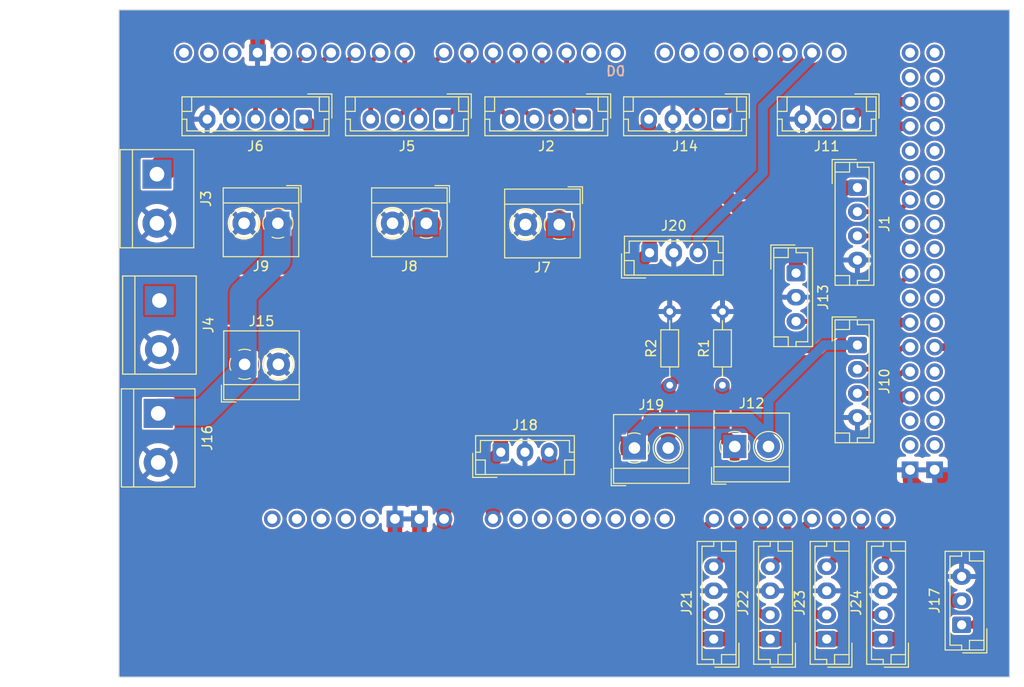
<source format=kicad_pcb>
(kicad_pcb (version 20240108) (generator "pcbnew") (generator_version "8.0")
  (layers (0 "F.Cu" signal) (31 "B.Cu" signal) (34 "B.Paste" user) (35 "F.Paste" user) (36 "B.SilkS" user "B.Silkscreen") (37 "F.SilkS" user "F.Silkscreen") (38 "B.Mask" user) (39 "F.Mask" user) (44 "Edge.Cuts" user))
  (net 0 "")
  (net 1 "+5V")
  (net 2 "/Trig1")
  (net 3 "/Echo1")
  (net 4 "GND")
  (net 5 "/M1_Dir")
  (net 6 "/M1_PWM")
  (net 7 "/M2_Dir")
  (net 8 "/M2_PWM")
  (net 9 "+12V")
  (net 10 "/M3_Dir")
  (net 11 "/M3_PWM")
  (net 12 "/M4_Dir")
  (net 13 "/M4_PWM")
  (net 14 "/AnagAscensor")
  (net 17 "/Trig2")
  (net 18 "/Echo2")
  (net 19 "/DIR+")
  (net 20 "/PUL+")
  (net 21 "/ES")
  (net 22 "/IN_IMAN")
  (net 23 "/TX_BT")
  (net 24 "/RX_BT")
  (net 36 "/A4")
  (net 37 "/A2")
  (net 38 "/B4")
  (net 39 "/B2")
  (net 40 "/B3")
  (net 41 "/A3")
  (net 42 "/B1")
  (net 72 "/A1")
  (net 73 "/12V2")
  (net 74 "/SERVO")
  (net 75 "/M5_L_PWM")
  (net 76 "/M5_R_PWM")
  (net 78 "/M5_ENA")
  (net 79 "/E_BUTTON")
  (net 80 "/INDICADOR")
  (footprint "Connector_JST:JST_EH_B5B-EH-A_1x05_P2.50mm_Vertical" (layer "F.Cu") (at 161.758 78 180)
    (property "Reference" "J6" (at 5 -2.8 0) (layer "F.SilkS"))
    (property "Value" "HW-039")
    (pad "1" thru_hole roundrect (at 0 0 180) (size 1.7 1.95) (drill 0.95) (layers "*.Cu" "*.Mask") (roundrect_rratio 0.1470588235) (net 1 "+5V"))
    (pad "2" thru_hole oval (at 2.5 0 180) (size 1.7 1.95) (drill 0.95) (layers "*.Cu" "*.Mask") (net 78 "/M5_ENA"))
    (pad "3" thru_hole oval (at 5 0 180) (size 1.7 1.95) (drill 0.95) (layers "*.Cu" "*.Mask") (net 75 "/M5_L_PWM"))
    (pad "4" thru_hole oval (at 7.5 0 180) (size 1.7 1.95) (drill 0.95) (layers "*.Cu" "*.Mask") (net 76 "/M5_R_PWM"))
    (pad "5" thru_hole oval (at 10 0 180) (size 1.7 1.95) (drill 0.95) (layers "*.Cu" "*.Mask") (net 4 "GND"))
  )
  (footprint "Connector_JST:JST_EH_B4B-EH-A_1x04_P2.50mm_Vertical" (layer "F.Cu") (at 204.978 78 180)
    (property "Reference" "J14" (at 3.75 -2.8 0) (layer "F.SilkS"))
    (property "Value" "BT")
    (pad "1" thru_hole roundrect (at 0 0 180) (size 1.7 1.95) (drill 0.95) (layers "*.Cu" "*.Mask") (roundrect_rratio 0.1470588235) (net 23 "/TX_BT"))
    (pad "2" thru_hole oval (at 2.5 0 180) (size 1.7 1.95) (drill 0.95) (layers "*.Cu" "*.Mask") (net 24 "/RX_BT"))
    (pad "3" thru_hole oval (at 5 0 180) (size 1.7 1.95) (drill 0.95) (layers "*.Cu" "*.Mask") (net 4 "GND"))
    (pad "4" thru_hole oval (at 7.5 0 180) (size 1.7 1.95) (drill 0.95) (layers "*.Cu" "*.Mask") (net 1 "+5V"))
  )
  (footprint "Connector_JST:JST_EH_B3B-EH-A_1x03_P2.50mm_Vertical" (layer "F.Cu") (at 218.4 78 180)
    (property "Reference" "J11" (at 2.5 -2.8 0) (layer "F.SilkS"))
    (property "Value" "RELE")
    (pad "1" thru_hole roundrect (at 0 0 180) (size 1.7 1.95) (drill 0.95) (layers "*.Cu" "*.Mask") (roundrect_rratio 0.1470588235) (net 19 "/DIR+"))
    (pad "2" thru_hole oval (at 2.5 0 180) (size 1.7 1.95) (drill 0.95) (layers "*.Cu" "*.Mask") (net 20 "/PUL+"))
    (pad "3" thru_hole oval (at 5 0 180) (size 1.7 1.95) (drill 0.95) (layers "*.Cu" "*.Mask") (net 4 "GND"))
  )
  (footprint "TerminalBlock_4Ucon:TerminalBlock_4Ucon_1x02_P3.50mm_Horizontal" (layer "F.Cu") (at 155.631 103.378)
    (property "Reference" "J15" (at 1.75 -4.46 0) (layer "F.SilkS"))
    (property "Value" "12V_MS")
    (pad "1" thru_hole rect (at 0 0) (size 2.4 2.4) (drill 1.2) (layers "*.Cu" "*.Mask") (net 73 "/12V2"))
    (pad "2" thru_hole circle (at 3.5 0) (size 2.4 2.4) (drill 1.2) (layers "*.Cu" "*.Mask") (net 4 "GND"))
  )
  (footprint "Connector_JST:JST_EH_B4B-EH-A_1x04_P2.50mm_Vertical" (layer "F.Cu") (at 221.75 131.826 90)
    (property "Reference" "J24" (at 3.75 -2.8 90) (layer "F.SilkS"))
    (property "Value" "ENCONDER4")
    (pad "1" thru_hole roundrect (at 0 0 90) (size 1.7 1.95) (drill 0.95) (layers "*.Cu" "*.Mask") (roundrect_rratio 0.147059) (net 1 "+5V"))
    (pad "2" thru_hole oval (at 2.5 0 90) (size 1.7 1.95) (drill 0.95) (layers "*.Cu" "*.Mask") (net 36 "/A4"))
    (pad "3" thru_hole oval (at 5 0 90) (size 1.7 1.95) (drill 0.95) (layers "*.Cu" "*.Mask") (net 4 "GND"))
    (pad "4" thru_hole oval (at 7.5 0 90) (size 1.7 1.95) (drill 0.95) (layers "*.Cu" "*.Mask") (net 38 "/B4"))
  )
  (footprint "TerminalBlock_4Ucon:TerminalBlock_4Ucon_1x02_P3.50mm_Horizontal" (layer "F.Cu") (at 159.075 88.773 180)
    (property "Reference" "J9" (at 1.75 -4.46 0) (layer "F.SilkS"))
    (property "Value" "12V_HW")
    (pad "1" thru_hole rect (at 0 0 180) (size 2.4 2.4) (drill 1.2) (layers "*.Cu" "*.Mask") (net 73 "/12V2"))
    (pad "2" thru_hole circle (at 3.5 0 180) (size 2.4 2.4) (drill 1.2) (layers "*.Cu" "*.Mask") (net 4 "GND"))
  )
  (footprint "TerminalBlock_4Ucon:TerminalBlock_4Ucon_1x02_P3.50mm_Horizontal" (layer "F.Cu") (at 195.989 112.041)
    (property "Reference" "J19" (at 1.75 -4.46 0) (layer "F.SilkS"))
    (property "Value" "BUTTON")
    (pad "1" thru_hole rect (at 0 0) (size 2.4 2.4) (drill 1.2) (layers "*.Cu" "*.Mask") (net 1 "+5V"))
    (pad "2" thru_hole circle (at 3.5 0) (size 2.4 2.4) (drill 1.2) (layers "*.Cu" "*.Mask") (net 79 "/E_BUTTON"))
  )
  (footprint "Connector_JST:JST_EH_B4B-EH-A_1x04_P2.50mm_Vertical" (layer "F.Cu") (at 219.075 85.083 -90)
    (property "Reference" "J1" (at 3.75 -2.8 90) (layer "F.SilkS"))
    (property "Value" "ULTRASONIC_1")
    (pad "1" thru_hole roundrect (at 0 0 270) (size 1.7 1.95) (drill 0.95) (layers "*.Cu" "*.Mask") (roundrect_rratio 0.1470588235) (net 1 "+5V"))
    (pad "2" thru_hole oval (at 2.5 0 270) (size 1.7 1.95) (drill 0.95) (layers "*.Cu" "*.Mask") (net 2 "/Trig1"))
    (pad "3" thru_hole oval (at 5 0 270) (size 1.7 1.95) (drill 0.95) (layers "*.Cu" "*.Mask") (net 3 "/Echo1"))
    (pad "4" thru_hole oval (at 7.5 0 270) (size 1.7 1.95) (drill 0.95) (layers "*.Cu" "*.Mask") (net 4 "GND"))
  )
  (footprint "TerminalBlock_4Ucon:TerminalBlock_4Ucon_1x02_P3.50mm_Horizontal" (layer "F.Cu") (at 206.375 111.887)
    (property "Reference" "J12" (at 1.75 -4.46 0) (layer "F.SilkS"))
    (property "Value" "ENDSTOP")
    (pad "1" thru_hole rect (at 0 0) (size 2.4 2.4) (drill 1.2) (layers "*.Cu" "*.Mask") (net 21 "/ES"))
    (pad "2" thru_hole circle (at 3.5 0) (size 2.4 2.4) (drill 1.2) (layers "*.Cu" "*.Mask") (net 1 "+5V"))
  )
  (footprint "TerminalBlock:TerminalBlock_bornier-2_P5.08mm" (layer "F.Cu") (at 146.812 96.774 -90)
    (property "Reference" "J4" (at 2.54 -5.08 90) (layer "F.SilkS"))
    (property "Value" "12V_INPUT")
    (pad "1" thru_hole rect (at 0 0 270) (size 3 3) (drill 1.52) (layers "*.Cu" "*.Mask") (net 9 "+12V"))
    (pad "2" thru_hole circle (at 5.08 0 270) (size 3 3) (drill 1.52) (layers "*.Cu" "*.Mask") (net 4 "GND"))
  )
  (footprint "Connector_JST:JST_EH_B3B-EH-A_1x03_P2.50mm_Vertical" (layer "F.Cu") (at 229.87 130.349 90)
    (property "Reference" "J17" (at 2.5 -2.8 90) (layer "F.SilkS"))
    (property "Value" "SERVO")
    (pad "1" thru_hole roundrect (at 0 0 90) (size 1.7 1.95) (drill 0.95) (layers "*.Cu" "*.Mask") (roundrect_rratio 0.147059) (net 74 "/SERVO"))
    (pad "2" thru_hole oval (at 2.5 0 90) (size 1.7 1.95) (drill 0.95) (layers "*.Cu" "*.Mask") (net 1 "+5V"))
    (pad "3" thru_hole oval (at 5 0 90) (size 1.7 1.95) (drill 0.95) (layers "*.Cu" "*.Mask") (net 4 "GND"))
  )
  (footprint "TerminalBlock_4Ucon:TerminalBlock_4Ucon_1x02_P3.50mm_Horizontal" (layer "F.Cu") (at 174.442 88.773 180)
    (property "Reference" "J8" (at 1.75 -4.46 0) (layer "F.SilkS"))
    (property "Value" "12V_CYTRON_2")
    (pad "1" thru_hole rect (at 0 0 180) (size 2.4 2.4) (drill 1.2) (layers "*.Cu" "*.Mask") (net 9 "+12V"))
    (pad "2" thru_hole circle (at 3.5 0 180) (size 2.4 2.4) (drill 1.2) (layers "*.Cu" "*.Mask") (net 4 "GND"))
  )
  (footprint "Connector_JST:JST_EH_B3B-EH-A_1x03_P2.50mm_Vertical" (layer "F.Cu") (at 212.725 93.933 -90)
    (property "Reference" "J13" (at 2.5 -2.8 90) (layer "F.SilkS"))
    (property "Value" "RELE")
    (pad "1" thru_hole roundrect (at 0 0 270) (size 1.7 1.95) (drill 0.95) (layers "*.Cu" "*.Mask") (roundrect_rratio 0.1470588235) (net 1 "+5V"))
    (pad "2" thru_hole oval (at 2.5 0 270) (size 1.7 1.95) (drill 0.95) (layers "*.Cu" "*.Mask") (net 4 "GND"))
    (pad "3" thru_hole oval (at 5 0 270) (size 1.7 1.95) (drill 0.95) (layers "*.Cu" "*.Mask") (net 22 "/IN_IMAN"))
  )
  (footprint "Resistor_THT:R_Axial_DIN0204_L3.6mm_D1.6mm_P7.62mm_Horizontal" (layer "F.Cu") (at 199.644 105.537 90)
    (property "Reference" "R2" (at 3.81 -1.92 90) (layer "F.SilkS"))
    (property "Value" "R")
    (pad "1" thru_hole circle (at 0 0 90) (size 1.4 1.4) (drill 0.7) (layers "*.Cu" "*.Mask") (net 79 "/E_BUTTON"))
    (pad "2" thru_hole oval (at 7.62 0 90) (size 1.4 1.4) (drill 0.7) (layers "*.Cu" "*.Mask") (net 4 "GND"))
  )
  (footprint "Connector_JST:JST_EH_B4B-EH-A_1x04_P2.50mm_Vertical" (layer "F.Cu") (at 219.075 101.386 -90)
    (property "Reference" "J10" (at 3.75 -2.8 90) (layer "F.SilkS"))
    (property "Value" "ULTRASONIC_1")
    (pad "1" thru_hole roundrect (at 0 0 270) (size 1.7 1.95) (drill 0.95) (layers "*.Cu" "*.Mask") (roundrect_rratio 0.1470588235) (net 1 "+5V"))
    (pad "2" thru_hole oval (at 2.5 0 270) (size 1.7 1.95) (drill 0.95) (layers "*.Cu" "*.Mask") (net 17 "/Trig2"))
    (pad "3" thru_hole oval (at 5 0 270) (size 1.7 1.95) (drill 0.95) (layers "*.Cu" "*.Mask") (net 18 "/Echo2"))
    (pad "4" thru_hole oval (at 7.5 0 270) (size 1.7 1.95) (drill 0.95) (layers "*.Cu" "*.Mask") (net 4 "GND"))
  )
  (footprint "Connector_JST:JST_EH_B4B-EH-A_1x04_P2.50mm_Vertical" (layer "F.Cu") (at 176.189 78 180)
    (property "Reference" "J5" (at 3.75 -2.8 0) (layer "F.SilkS"))
    (property "Value" "CYTRON_2")
    (pad "1" thru_hole roundrect (at 0 0 180) (size 1.7 1.95) (drill 0.95) (layers "*.Cu" "*.Mask") (roundrect_rratio 0.1470588235) (net 10 "/M3_Dir"))
    (pad "2" thru_hole oval (at 2.5 0 180) (size 1.7 1.95) (drill 0.95) (layers "*.Cu" "*.Mask") (net 11 "/M3_PWM"))
    (pad "3" thru_hole oval (at 5 0 180) (size 1.7 1.95) (drill 0.95) (layers "*.Cu" "*.Mask") (net 12 "/M4_Dir"))
    (pad "4" thru_hole oval (at 7.5 0 180) (size 1.7 1.95) (drill 0.95) (layers "*.Cu" "*.Mask") (net 13 "/M4_PWM"))
  )
  (footprint "Connector_JST:JST_EH_B4B-EH-A_1x04_P2.50mm_Vertical" (layer "F.Cu") (at 190.62 78 180)
    (property "Reference" "J2" (at 3.75 -2.8 0) (layer "F.SilkS"))
    (property "Value" "CYTRON_1")
    (pad "1" thru_hole roundrect (at 0 0 180) (size 1.7 1.95) (drill 0.95) (layers "*.Cu" "*.Mask") (roundrect_rratio 0.1470588235) (net 5 "/M1_Dir"))
    (pad "2" thru_hole oval (at 2.5 0 180) (size 1.7 1.95) (drill 0.95) (layers "*.Cu" "*.Mask") (net 6 "/M1_PWM"))
    (pad "3" thru_hole oval (at 5 0 180) (size 1.7 1.95) (drill 0.95) (layers "*.Cu" "*.Mask") (net 7 "/M2_Dir"))
    (pad "4" thru_hole oval (at 7.5 0 180) (size 1.7 1.95) (drill 0.95) (layers "*.Cu" "*.Mask") (net 8 "/M2_PWM"))
  )
  (footprint "ARDUINO:Arduino_Mega2560_R3_Shield" (layer "F.Cu") (at 130.556 121.92)
    (property "Reference" "A1" (hide yes))
    (property "Value" "Arduino_Mega2560_R3_Shield" (hide yes))
    (fp_text user "D0" (at 63.5 -48.895 0) (layer "B.SilkS") (effects (justify mirror)))
    (fp_text user "D0" (at 63.5 -48.895 0) (layer "F.SilkS"))
    (pad "" thru_hole oval (at 27.94 -2.54) (size 1.7272 1.7272) (drill 1.016) (layers "*.Cu" "*.Mask"))
    (pad "3V3" thru_hole oval (at 35.56 -2.54) (size 1.7272 1.7272) (drill 1.016) (layers "*.Cu" "*.Mask"))
    (pad "5V1" thru_hole oval (at 38.1 -2.54) (size 1.7272 1.7272) (drill 1.016) (layers "*.Cu" "*.Mask"))
    (pad "5V3" thru_hole oval (at 93.98 -50.8) (size 1.7272 1.7272) (drill 1.016) (layers "*.Cu" "*.Mask"))
    (pad "5V4" thru_hole oval (at 96.52 -50.8) (size 1.7272 1.7272) (drill 1.016) (layers "*.Cu" "*.Mask"))
    (pad "A0" thru_hole oval (at 50.8 -2.54) (size 1.7272 1.7272) (drill 1.016) (layers "*.Cu" "*.Mask") (net 14 "/AnagAscensor"))
    (pad "A1" thru_hole oval (at 53.34 -2.54) (size 1.7272 1.7272) (drill 1.016) (layers "*.Cu" "*.Mask"))
    (pad "A2" thru_hole oval (at 55.88 -2.54) (size 1.7272 1.7272) (drill 1.016) (layers "*.Cu" "*.Mask"))
    (pad "A3" thru_hole oval (at 58.42 -2.54) (size 1.7272 1.7272) (drill 1.016) (layers "*.Cu" "*.Mask"))
    (pad "A4" thru_hole oval (at 60.96 -2.54) (size 1.7272 1.7272) (drill 1.016) (layers "*.Cu" "*.Mask"))
    (pad "A5" thru_hole oval (at 63.5 -2.54) (size 1.7272 1.7272) (drill 1.016) (layers "*.Cu" "*.Mask"))
    (pad "A6" thru_hole oval (at 66.04 -2.54) (size 1.7272 1.7272) (drill 1.016) (layers "*.Cu" "*.Mask"))
    (pad "A7" thru_hole oval (at 68.58 -2.54) (size 1.7272 1.7272) (drill 1.016) (layers "*.Cu" "*.Mask"))
    (pad "A8" thru_hole oval (at 73.66 -2.54) (size 1.7272 1.7272) (drill 1.016) (layers "*.Cu" "*.Mask") (net 72 "/A1"))
    (pad "A9" thru_hole oval (at 76.2 -2.54) (size 1.7272 1.7272) (drill 1.016) (layers "*.Cu" "*.Mask") (net 42 "/B1"))
    (pad "A10" thru_hole oval (at 78.74 -2.54) (size 1.7272 1.7272) (drill 1.016) (layers "*.Cu" "*.Mask") (net 37 "/A2"))
    (pad "A11" thru_hole oval (at 81.28 -2.54) (size 1.7272 1.7272) (drill 1.016) (layers "*.Cu" "*.Mask") (net 39 "/B2"))
    (pad "A12" thru_hole oval (at 83.82 -2.54) (size 1.7272 1.7272) (drill 1.016) (layers "*.Cu" "*.Mask") (net 41 "/A3"))
    (pad "A13" thru_hole oval (at 86.36 -2.54) (size 1.7272 1.7272) (drill 1.016) (layers "*.Cu" "*.Mask") (net 40 "/B3"))
    (pad "A14" thru_hole oval (at 88.9 -2.54) (size 1.7272 1.7272) (drill 1.016) (layers "*.Cu" "*.Mask") (net 36 "/A4"))
    (pad "A15" thru_hole oval (at 91.44 -2.54) (size 1.7272 1.7272) (drill 1.016) (layers "*.Cu" "*.Mask") (net 38 "/B4"))
    (pad "AREF" thru_hole oval (at 23.876 -50.8) (size 1.7272 1.7272) (drill 1.016) (layers "*.Cu" "*.Mask"))
    (pad "D0" thru_hole oval (at 63.5 -50.8) (size 1.7272 1.7272) (drill 1.016) (layers "*.Cu" "*.Mask"))
    (pad "D1" thru_hole oval (at 60.96 -50.8) (size 1.7272 1.7272) (drill 1.016) (layers "*.Cu" "*.Mask"))
    (pad "D2" thru_hole oval (at 58.42 -50.8) (size 1.7272 1.7272) (drill 1.016) (layers "*.Cu" "*.Mask") (net 5 "/M1_Dir"))
    (pad "D3" thru_hole oval (at 55.88 -50.8) (size 1.7272 1.7272) (drill 1.016) (layers "*.Cu" "*.Mask") (net 6 "/M1_PWM"))
    (pad "D4" thru_hole oval (at 53.34 -50.8) (size 1.7272 1.7272) (drill 1.016) (layers "*.Cu" "*.Mask") (net 7 "/M2_Dir"))
    (pad "D5" thru_hole oval (at 50.8 -50.8) (size 1.7272 1.7272) (drill 1.016) (layers "*.Cu" "*.Mask") (net 8 "/M2_PWM"))
    (pad "D6" thru_hole oval (at 48.26 -50.8) (size 1.7272 1.7272) (drill 1.016) (layers "*.Cu" "*.Mask") (net 10 "/M3_Dir"))
    (pad "D7" thru_hole oval (at 45.72 -50.8) (size 1.7272 1.7272) (drill 1.016) (layers "*.Cu" "*.Mask") (net 11 "/M3_PWM"))
    (pad "D8" thru_hole oval (at 41.656 -50.8) (size 1.7272 1.7272) (drill 1.016) (layers "*.Cu" "*.Mask") (net 12 "/M4_Dir"))
    (pad "D9" thru_hole oval (at 39.116 -50.8) (size 1.7272 1.7272) (drill 1.016) (layers "*.Cu" "*.Mask") (net 13 "/M4_PWM"))
    (pad "D10" thru_hole oval (at 36.576 -50.8) (size 1.7272 1.7272) (drill 1.016) (layers "*.Cu" "*.Mask") (net 78 "/M5_ENA"))
    (pad "D11" thru_hole oval (at 34.036 -50.8) (size 1.7272 1.7272) (drill 1.016) (layers "*.Cu" "*.Mask") (net 75 "/M5_L_PWM"))
    (pad "D12" thru_hole oval (at 31.496 -50.8) (size 1.7272 1.7272) (drill 1.016) (layers "*.Cu" "*.Mask") (net 76 "/M5_R_PWM"))
    (pad "D13" thru_hole oval (at 28.956 -50.8) (size 1.7272 1.7272) (drill 1.016) (layers "*.Cu" "*.Mask"))
    (pad "D14" thru_hole oval (at 68.58 -50.8) (size 1.7272 1.7272) (drill 1.016) (layers "*.Cu" "*.Mask"))
    (pad "D15" thru_hole oval (at 71.12 -50.8) (size 1.7272 1.7272) (drill 1.016) (layers "*.Cu" "*.Mask"))
    (pad "D16" thru_hole oval (at 73.66 -50.8) (size 1.7272 1.7272) (drill 1.016) (layers "*.Cu" "*.Mask"))
    (pad "D17" thru_hole oval (at 76.2 -50.8) (size 1.7272 1.7272) (drill 1.016) (layers "*.Cu" "*.Mask"))
    (pad "D18" thru_hole oval (at 78.74 -50.8) (size 1.7272 1.7272) (drill 1.016) (layers "*.Cu" "*.Mask") (net 24 "/RX_BT"))
    (pad "D19" thru_hole oval (at 81.28 -50.8) (size 1.7272 1.7272) (drill 1.016) (layers "*.Cu" "*.Mask") (net 23 "/TX_BT"))
    (pad "D20" thru_hole oval (at 83.82 -50.8) (size 1.7272 1.7272) (drill 1.016) (layers "*.Cu" "*.Mask") (net 80 "/INDICADOR"))
    (pad "D21" thru_hole oval (at 86.36 -50.8) (size 1.7272 1.7272) (drill 1.016) (layers "*.Cu" "*.Mask"))
    (pad "D22" thru_hole oval (at 93.98 -48.26) (size 1.7272 1.7272) (drill 1.016) (layers "*.Cu" "*.Mask"))
    (pad "D23" thru_hole oval (at 96.52 -48.26) (size 1.7272 1.7272) (drill 1.016) (layers "*.Cu" "*.Mask"))
    (pad "D24" thru_hole oval (at 93.98 -45.72) (size 1.7272 1.7272) (drill 1.016) (layers "*.Cu" "*.Mask") (net 19 "/DIR+"))
    (pad "D25" thru_hole oval (at 96.52 -45.72) (size 1.7272 1.7272) (drill 1.016) (layers "*.Cu" "*.Mask"))
    (pad "D26" thru_hole oval (at 93.98 -43.18) (size 1.7272 1.7272) (drill 1.016) (layers "*.Cu" "*.Mask") (net 20 "/PUL+"))
    (pad "D27" thru_hole oval (at 96.52 -43.18) (size 1.7272 1.7272) (drill 1.016) (layers "*.Cu" "*.Mask"))
    (pad "D28" thru_hole oval (at 93.98 -40.64) (size 1.7272 1.7272) (drill 1.016) (layers "*.Cu" "*.Mask"))
    (pad "D29" thru_hole oval (at 96.52 -40.64) (size 1.7272 1.7272) (drill 1.016) (layers "*.Cu" "*.Mask"))
    (pad "D30" thru_hole oval (at 93.98 -38.1) (size 1.7272 1.7272) (drill 1.016) (layers "*.Cu" "*.Mask") (net 2 "/Trig1"))
    (pad "D31" thru_hole oval (at 96.52 -38.1) (size 1.7272 1.7272) (drill 1.016) (layers "*.Cu" "*.Mask"))
    (pad "D32" thru_hole oval (at 93.98 -35.56) (size 1.7272 1.7272) (drill 1.016) (layers "*.Cu" "*.Mask") (net 3 "/Echo1"))
    (pad "D33" thru_hole oval (at 96.52 -35.56) (size 1.7272 1.7272) (drill 1.016) (layers "*.Cu" "*.Mask"))
    (pad "D34" thru_hole oval (at 93.98 -33.02) (size 1.7272 1.7272) (drill 1.016) (layers "*.Cu" "*.Mask"))
    (pad "D35" thru_hole oval (at 96.52 -33.02) (size 1.7272 1.7272) (drill 1.016) (layers "*.Cu" "*.Mask"))
    (pad "D36" thru_hole oval (at 93.98 -30.48) (size 1.7272 1.7272) (drill 1.016) (layers "*.Cu" "*.Mask"))
    (pad "D37" thru_hole oval (at 96.52 -30.48) (size 1.7272 1.7272) (drill 1.016) (layers "*.Cu" "*.Mask"))
    (pad "D38" thru_hole oval (at 93.98 -27.94) (size 1.7272 1.7272) (drill 1.016) (layers "*.Cu" "*.Mask") (net 22 "/IN_IMAN"))
    (pad "D39" thru_hole oval (at 96.52 -27.94) (size 1.7272 1.7272) (drill 1.016) (layers "*.Cu" "*.Mask"))
    (pad "D40" thru_hole oval (at 93.98 -25.4) (size 1.7272 1.7272) (drill 1.016) (layers "*.Cu" "*.Mask"))
    (pad "D41" thru_hole oval (at 96.52 -25.4) (size 1.7272 1.7272) (drill 1.016) (layers "*.Cu" "*.Mask"))
    (pad "D42" thru_hole oval (at 93.98 -22.86) (size 1.7272 1.7272) (drill 1.016) (layers "*.Cu" "*.Mask") (net 79 "/E_BUTTON"))
    (pad "D43" thru_hole oval (at 96.52 -22.86) (size 1.7272 1.7272) (drill 1.016) (layers "*.Cu" "*.Mask"))
    (pad "D44" thru_hole oval (at 93.98 -20.32) (size 1.7272 1.7272) (drill 1.016) (layers "*.Cu" "*.Mask") (net 17 "/Trig2"))
    (pad "D45" thru_hole oval (at 96.52 -20.32) (size 1.7272 1.7272) (drill 1.016) (layers "*.Cu" "*.Mask") (net 74 "/SERVO"))
    (pad "D46" thru_hole oval (at 93.98 -17.78) (size 1.7272 1.7272) (drill 1.016) (layers "*.Cu" "*.Mask") (net 18 "/Echo2"))
    (pad "D47" thru_hole oval (at 96.52 -17.78) (size 1.7272 1.7272) (drill 1.016) (layers "*.Cu" "*.Mask"))
    (pad "D48" thru_hole oval (at 93.98 -15.24) (size 1.7272 1.7272) (drill 1.016) (layers "*.Cu" "*.Mask") (net 21 "/ES"))
    (pad "D49" thru_hole oval (at 96.52 -15.24) (size 1.7272 1.7272) (drill 1.016) (layers "*.Cu" "*.Mask"))
    (pad "D50" thru_hole oval (at 93.98 -12.7) (size 1.7272 1.7272) (drill 1.016) (layers "*.Cu" "*.Mask"))
    (pad "D51" thru_hole oval (at 96.52 -12.7) (size 1.7272 1.7272) (drill 1.016) (layers "*.Cu" "*.Mask"))
    (pad "D52" thru_hole oval (at 93.98 -10.16) (size 1.7272 1.7272) (drill 1.016) (layers "*.Cu" "*.Mask"))
    (pad "D53" thru_hole oval (at 96.52 -10.16) (size 1.7272 1.7272) (drill 1.016) (layers "*.Cu" "*.Mask"))
    (pad "GND1" thru_hole rect (at 26.416 -50.8) (size 1.7272 1.7272) (drill 1.016) (layers "*.Cu" "*.Mask") (net 4 "GND"))
    (pad "GND2" thru_hole rect (at 40.64 -2.54) (size 1.7272 1.7272) (drill 1.016) (layers "*.Cu" "*.Mask") (net 4 "GND"))
    (pad "GND3" thru_hole rect (at 43.18 -2.54) (size 1.7272 1.7272) (drill 1.016) (layers "*.Cu" "*.Mask") (net 4 "GND"))
    (pad "GND5" thru_hole rect (at 93.98 -7.62) (size 1.7272 1.7272) (drill 1.016) (layers "*.Cu" "*.Mask") (net 4 "GND"))
    (pad "GND6" thru_hole rect (at 96.52 -7.62) (size 1.7272 1.7272) (drill 1.016) (layers "*.Cu" "*.Mask") (net 4 "GND"))
    (pad "IORF" thru_hole oval (at 30.48 -2.54) (size 1.7272 1.7272) (drill 1.016) (layers "*.Cu" "*.Mask"))
    (pad "RST1" thru_hole oval (at 33.02 -2.54) (size 1.7272 1.7272) (drill 1.016) (layers "*.Cu" "*.Mask"))
    (pad "SCL" thru_hole oval (at 18.796 -50.8) (size 1.7272 1.7272) (drill 1.016) (layers "*.Cu" "*.Mask"))
    (pad "SDA" thru_hole oval (at 21.336 -50.8) (size 1.7272 1.7272) (drill 1.016) (layers "*.Cu" "*.Mask"))
    (pad "VIN" thru_hole oval (at 45.72 -2.54) (size 1.7272 1.7272) (drill 1.016) (layers "*.Cu" "*.Mask") (net 1 "+5V"))
  )
  (footprint "TerminalBlock:TerminalBlock_bornier-2_P5.08mm" (layer "F.Cu") (at 146.558 83.693 -90)
    (property "Reference" "J3" (at 2.54 -5.08 90) (layer "F.SilkS"))
    (property "Value" "5V_INPUT")
    (pad "1" thru_hole rect (at 0 0 270) (size 3 3) (drill 1.52) (layers "*.Cu" "*.Mask") (net 1 "+5V"))
    (pad "2" thru_hole circle (at 5.08 0 270) (size 3 3) (drill 1.52) (layers "*.Cu" "*.Mask") (net 4 "GND"))
  )
  (footprint "Connector_JST:JST_EH_B4B-EH-A_1x04_P2.50mm_Vertical" (layer "F.Cu") (at 204.2 131.826 90)
    (property "Reference" "J21" (at 3.75 -2.8 90) (layer "F.SilkS"))
    (property "Value" "ENCONDER1")
    (pad "1" thru_hole roundrect (at 0 0 90) (size 1.7 1.95) (drill 0.95) (layers "*.Cu" "*.Mask") (roundrect_rratio 0.147059) (net 1 "+5V"))
    (pad "2" thru_hole oval (at 2.5 0 90) (size 1.7 1.95) (drill 0.95) (layers "*.Cu" "*.Mask") (net 72 "/A1"))
    (pad "3" thru_hole oval (at 5 0 90) (size 1.7 1.95) (drill 0.95) (layers "*.Cu" "*.Mask") (net 4 "GND"))
    (pad "4" thru_hole oval (at 7.5 0 90) (size 1.7 1.95) (drill 0.95) (layers "*.Cu" "*.Mask") (net 42 "/B1"))
  )
  (footprint "Connector_JST:JST_EH_B4B-EH-A_1x04_P2.50mm_Vertical" (layer "F.Cu") (at 210.05 131.826 90)
    (property "Reference" "J22" (at 3.75 -2.8 90) (layer "F.SilkS"))
    (property "Value" "ENCONDER2")
    (pad "1" thru_hole roundrect (at 0 0 90) (size 1.7 1.95) (drill 0.95) (layers "*.Cu" "*.Mask") (roundrect_rratio 0.147059) (net 1 "+5V"))
    (pad "2" thru_hole oval (at 2.5 0 90) (size 1.7 1.95) (drill 0.95) (layers "*.Cu" "*.Mask") (net 37 "/A2"))
    (pad "3" thru_hole oval (at 5 0 90) (size 1.7 1.95) (drill 0.95) (layers "*.Cu" "*.Mask") (net 4 "GND"))
    (pad "4" thru_hole oval (at 7.5 0 90) (size 1.7 1.95) (drill 0.95) (layers "*.Cu" "*.Mask") (net 39 "/B2"))
  )
  (footprint "Connector_JST:JST_EH_B3B-EH-A_1x03_P2.50mm_Vertical" (layer "F.Cu") (at 197.565 91.829)
    (property "Reference" "J20" (at 2.5 -2.8 0) (layer "F.SilkS"))
    (property "Value" "RELE2")
    (pad "1" thru_hole roundrect (at 0 0) (size 1.7 1.95) (drill 0.95) (layers "*.Cu" "*.Mask") (roundrect_rratio 0.1470588235) (net 1 "+5V"))
    (pad "2" thru_hole oval (at 2.5 0) (size 1.7 1.95) (drill 0.95) (layers "*.Cu" "*.Mask") (net 4 "GND"))
    (pad "3" thru_hole oval (at 5 0) (size 1.7 1.95) (drill 0.95) (layers "*.Cu" "*.Mask") (net 80 "/INDICADOR"))
  )
  (footprint "TerminalBlock:TerminalBlock_bornier-2_P5.08mm" (layer "F.Cu") (at 146.685 108.458 -90)
    (property "Reference" "J16" (at 2.54 -5.08 90) (layer "F.SilkS"))
    (property "Value" "12V2_INPUT")
    (pad "1" thru_hole rect (at 0 0 270) (size 3 3) (drill 1.52) (layers "*.Cu" "*.Mask") (net 73 "/12V2"))
    (pad "2" thru_hole circle (at 5.08 0 270) (size 3 3) (drill 1.52) (layers "*.Cu" "*.Mask") (net 4 "GND"))
  )
  (footprint "TerminalBlock_4Ucon:TerminalBlock_4Ucon_1x02_P3.50mm_Horizontal" (layer "F.Cu") (at 188.214 88.9 180)
    (property "Reference" "J7" (at 1.75 -4.46 180) (layer "F.SilkS"))
    (property "Value" "12V_CYTRON_1")
    (pad "1" thru_hole rect (at 0 0 180) (size 2.4 2.4) (drill 1.2) (layers "*.Cu" "*.Mask") (net 9 "+12V"))
    (pad "2" thru_hole circle (at 3.5 0 180) (size 2.4 2.4) (drill 1.2) (layers "*.Cu" "*.Mask") (net 4 "GND"))
  )
  (footprint "Connector_JST:JST_EH_B3B-EH-A_1x03_P2.50mm_Vertical" (layer "F.Cu") (at 182.158 112.476)
    (property "Reference" "J18" (at 2.5 -2.8 0) (layer "F.SilkS"))
    (property "Value" "ASCENSOR")
    (pad "1" thru_hole roundrect (at 0 0) (size 1.7 1.95) (drill 0.95) (layers "*.Cu" "*.Mask") (roundrect_rratio 0.1470588235) (net 1 "+5V"))
    (pad "2" thru_hole oval (at 2.5 0) (size 1.7 1.95) (drill 0.95) (layers "*.Cu" "*.Mask") (net 4 "GND"))
    (pad "3" thru_hole oval (at 5 0) (size 1.7 1.95) (drill 0.95) (layers "*.Cu" "*.Mask") (net 14 "/AnagAscensor"))
  )
  (footprint "Resistor_THT:R_Axial_DIN0204_L3.6mm_D1.6mm_P7.62mm_Horizontal" (layer "F.Cu") (at 205.105 105.537 90)
    (property "Reference" "R1" (at 3.81 -1.92 90) (layer "F.SilkS"))
    (property "Value" "R")
    (pad "1" thru_hole circle (at 0 0 90) (size 1.4 1.4) (drill 0.7) (layers "*.Cu" "*.Mask") (net 21 "/ES"))
    (pad "2" thru_hole oval (at 7.62 0 90) (size 1.4 1.4) (drill 0.7) (layers "*.Cu" "*.Mask") (net 4 "GND"))
  )
  (footprint "Connector_JST:JST_EH_B4B-EH-A_1x04_P2.50mm_Vertical" (layer "F.Cu") (at 215.9 131.826 90)
    (property "Reference" "J23" (at 3.75 -2.8 90) (layer "F.SilkS"))
    (property "Value" "ENCONDER3")
    (pad "1" thru_hole roundrect (at 0 0 90) (size 1.7 1.95) (drill 0.95) (layers "*.Cu" "*.Mask") (roundrect_rratio 0.147059) (net 1 "+5V"))
    (pad "2" thru_hole oval (at 2.5 0 90) (size 1.7 1.95) (drill 0.95) (layers "*.Cu" "*.Mask") (net 41 "/A3"))
    (pad "3" thru_hole oval (at 5 0 90) (size 1.7 1.95) (drill 0.95) (layers "*.Cu" "*.Mask") (net 4 "GND"))
    (pad "4" thru_hole oval (at 7.5 0 90) (size 1.7 1.95) (drill 0.95) (layers "*.Cu" "*.Mask") (net 40 "/B3"))
  )
  (gr_rect (start 142.621 66.675) (end 234.823 135.763) (stroke (width 0.1)) (fill none) (layer "Edge.Cuts"))
  (segment (start 176.276 123.571) (end 184.531 131.826) (width 1.5) (layer "F.Cu") (net 1))
  (segment (start 184.912 107.823) (end 190.627 107.823) (width 1.5) (layer "F.Cu") (net 1))
  (segment (start 197.478 78.747) (end 194.056 82.169) (width 1.5) (layer "F.Cu") (net 1))
  (segment (start 217.812 85.083) (end 212.725 90.17) (width 1.5) (layer "F.Cu") (net 1))
  (segment (start 197.565 91.829) (end 197.565 85.678) (width 1.5) (layer "F.Cu") (net 1))
  (segment (start 206.756 87.249) (end 204.978 85.471) (width 1.5) (layer "F.Cu") (net 1))
  (segment (start 223.52 131.826) (end 227.497 127.849) (width 1.5) (layer "F.Cu") (net 1))
  (segment (start 195.989 112.041) (end 195.989 93.405) (width 1.5) (layer "F.Cu") (net 1))
  (segment (start 176.276 119.38) (end 176.276 118.358) (width 1.5) (layer "F.Cu") (net 1))
  (segment (start 194.056 82.169) (end 165.862 82.169) (width 2.79) (layer "F.Cu") (net 1))
  (segment (start 197.478 78) (end 197.478 78.747) (width 1.5) (layer "F.Cu") (net 1))
  (segment (start 212.725 90.17) (end 212.725 93.933) (width 1.5) (layer "F.Cu") (net 1))
  (segment (start 176.276 119.38) (end 176.276 123.571) (width 1.5) (layer "F.Cu") (net 1))
  (segment (start 176.276 118.358) (end 182.158 112.476) (width 1.5) (layer "F.Cu") (net 1))
  (segment (start 165.862 82.169) (end 148.082 82.169) (width 2.79) (layer "F.Cu") (net 1))
  (segment (start 215.646 87.249) (end 206.756 87.249) (width 1.5) (layer "F.Cu") (net 1))
  (segment (start 161.758 78) (end 161.758 78.065) (width 1.5) (layer "F.Cu") (net 1))
  (segment (start 182.158 110.577) (end 184.912 107.823) (width 1.5) (layer "F.Cu") (net 1))
  (segment (start 227.497 127.849) (end 229.87 127.849) (width 1.5) (layer "F.Cu") (net 1))
  (segment (start 217.812 85.083) (end 215.646 87.249) (width 1.5) (layer "F.Cu") (net 1))
  (segment (start 197.565 85.678) (end 194.056 82.169) (width 1.5) (layer "F.Cu") (net 1))
  (segment (start 204.978 82.169) (end 194.056 82.169) (width 2.79) (layer "F.Cu") (net 1))
  (segment (start 219.075 85.083) (end 217.812 85.083) (width 1.5) (layer "F.Cu") (net 1))
  (segment (start 184.531 131.826) (end 204.2 131.826) (width 1.5) (layer "F.Cu") (net 1))
  (segment (start 204.2 131.826) (end 221.75 131.826) (width 1.5) (layer "F.Cu") (net 1))
  (segment (start 204.978 85.471) (end 204.978 82.169) (width 1.5) (layer "F.Cu") (net 1))
  (segment (start 182.158 112.476) (end 182.158 110.577) (width 1.5) (layer "F.Cu") (net 1))
  (segment (start 190.627 107.823) (end 194.845 112.041) (width 1.5) (layer "F.Cu") (net 1))
  (segment (start 194.845 112.041) (end 195.989 112.041) (width 1.5) (layer "F.Cu") (net 1))
  (segment (start 148.082 82.169) (end 146.558 83.693) (width 2.79) (layer "F.Cu") (net 1))
  (segment (start 221.75 131.826) (end 223.52 131.826) (width 1.5) (layer "F.Cu") (net 1))
  (segment (start 161.758 78.065) (end 165.862 82.169) (width 1.5) (layer "F.Cu") (net 1))
  (segment (start 195.989 93.405) (end 197.565 91.829) (width 1.5) (layer "F.Cu") (net 1))
  (segment (start 195.989 110.97) (end 197.866 109.093) (width 1.5) (layer "B.Cu") (net 1))
  (segment (start 215.606 101.386) (end 209.875 107.117) (width 1) (layer "B.Cu") (net 1))
  (segment (start 209.875 111.205) (end 209.875 111.887) (width 1.5) (layer "B.Cu") (net 1))
  (segment (start 161.758 78.105) (end 161.758 78.192) (width 1.5) (layer "B.Cu") (net 1))
  (segment (start 197.866 109.093) (end 207.763 109.093) (width 1.5) (layer "B.Cu") (net 1))
  (segment (start 207.763 109.093) (end 209.875 111.205) (width 1.5) (layer "B.Cu") (net 1))
  (segment (start 195.989 112.041) (end 195.989 110.97) (width 1.5) (layer "B.Cu") (net 1))
  (segment (start 219.075 101.386) (end 215.606 101.386) (width 1) (layer "B.Cu") (net 1))
  (segment (start 209.875 107.117) (end 209.875 111.887) (width 1) (layer "B.Cu") (net 1))
  (segment (start 219.075 87.583) (end 220.773 87.583) (width 0.5) (layer "F.Cu") (net 2))
  (segment (start 220.773 87.583) (end 224.536 83.82) (width 0.5) (layer "F.Cu") (net 2))
  (segment (start 220.813 90.083) (end 224.536 86.36) (width 0.5) (layer "F.Cu") (net 3))
  (segment (start 219.075 90.083) (end 220.813 90.083) (width 0.5) (layer "F.Cu") (net 3))
  (segment (start 173.736 119.38) (end 173.736 122.682) (width 1.5) (layer "F.Cu") (net 4))
  (segment (start 156.972 71.12) (end 156.972 68.58) (width 1.5) (layer "F.Cu") (net 4))
  (segment (start 224.536 114.3) (end 224.536 115.3872) (width 1.5) (layer "F.Cu") (net 4))
  (segment (start 171.196 119.38) (end 171.196 121.92) (width 1.5) (layer "F.Cu") (net 4))
  (segment (start 171.45 122.174) (end 171.069 122.555) (width 1.5) (layer "F.Cu") (net 4))
  (segment (start 171.196 121.92) (end 171.45 122.174) (width 1.5) (layer "F.Cu") (net 4))
  (segment (start 228.346 115.57) (end 228.346 116.713) (width 1.5) (layer "F.Cu") (net 4))
  (segment (start 156.972 68.58) (end 157.099 68.453) (width 1.5) (layer "F.Cu") (net 4))
  (segment (start 151.758 78.105) (end 151.758 77.477) (width 0.5) (layer "F.Cu") (net 4))
  (segment (start 227.076 114.3) (end 228.346 115.57) (width 1.5) (layer "F.Cu") (net 4))
  (segment (start 224.536 115.3872) (end 225.933 116.7842) (width 1.5) (layer "F.Cu") (net 4))
  (segment (start 225.933 116.7842) (end 225.933 117.094) (width 1.5) (layer "F.Cu") (net 4))
  (segment (start 190.62 78) (end 190.62 78.105) (width 0.5) (layer "F.Cu") (net 5))
  (segment (start 188.976 71.12) (end 188.976 76.356) (width 0.5) (layer "F.Cu") (net 5))
  (segment (start 188.976 76.356) (end 190.62 78) (width 0.5) (layer "F.Cu") (net 5))
  (segment (start 186.436 76.316) (end 188.12 78) (width 0.5) (layer "F.Cu") (net 6))
  (segment (start 186.436 71.12) (end 186.436 76.316) (width 0.5) (layer "F.Cu") (net 6))
  (segment (start 183.896 71.12) (end 183.896 76.381) (width 0.5) (layer "F.Cu") (net 7))
  (segment (start 183.896 76.381) (end 185.62 78.105) (width 0.5) (layer "F.Cu") (net 7))
  (segment (start 181.356 71.12) (end 181.356 76.236) (width 0.5) (layer "F.Cu") (net 8))
  (segment (start 181.356 76.236) (end 183.12 78) (width 0.5) (layer "F.Cu") (net 8))
  (segment (start 174.442 91.877) (end 169.545 96.774) (width 2.79) (layer "F.Cu") (net 9))
  (segment (start 174.442 88.773) (end 174.442 91.877) (width 2.79) (layer "F.Cu") (net 9))
  (segment (start 188.214 93.726) (end 188.214 88.9) (width 2.79) (layer "F.Cu") (net 9))
  (segment (start 185.166 96.774) (end 188.214 93.726) (width 2.79) (layer "F.Cu") (net 9))
  (segment (start 146.812 96.774) (end 172.339 96.774) (width 5) (layer "F.Cu") (net 9))
  (segment (start 172.339 96.774) (end 185.166 96.774) (width 5) (layer "F.Cu") (net 9))
  (segment (start 176.189 78.105) (end 178.816 75.478) (width 0.5) (layer "F.Cu") (net 10))
  (segment (start 178.816 75.478) (end 178.816 71.12) (width 0.5) (layer "F.Cu") (net 10))
  (segment (start 173.689 78.105) (end 173.689 73.707) (width 0.5) (layer "F.Cu") (net 11))
  (segment (start 173.689 73.707) (end 176.276 71.12) (width 0.5) (layer "F.Cu") (net 11))
  (segment (start 172.212 71.12) (end 172.212 77.082) (width 0.5) (layer "F.Cu") (net 12))
  (segment (start 172.212 77.082) (end 171.189 78.105) (width 0.5) (layer "F.Cu") (net 12))
  (segment (start 168.689 72.103) (end 169.672 71.12) (width 0.5) (layer "F.Cu") (net 13))
  (segment (start 168.689 78.105) (end 168.689 72.103) (width 0.5) (layer "F.Cu") (net 13))
  (segment (start 185.293 116.205) (end 182.88 116.205) (width 1.5) (layer "F.Cu") (net 14))
  (segment (start 187.158 112.476) (end 187.158 114.34) (width 1.5) (layer "F.Cu") (net 14))
  (segment (start 187.158 114.34) (end 185.293 116.205) (width 1.5) (layer "F.Cu") (net 14))
  (segment (start 181.356 117.729) (end 181.356 119.38) (width 1.5) (layer "F.Cu") (net 14))
  (segment (start 182.88 116.205) (end 181.356 117.729) (width 1.5) (layer "F.Cu") (net 14))
  (segment (start 223.774 101.6) (end 224.536 101.6) (width 0.5) (layer "F.Cu") (net 17))
  (segment (start 219.075 103.886) (end 221.488 103.886) (width 0.5) (layer "F.Cu") (net 17))
  (segment (start 221.488 103.886) (end 223.774 101.6) (width 0.5) (layer "F.Cu") (net 17))
  (segment (start 221.528 106.386) (end 223.774 104.14) (width 0.5) (layer "F.Cu") (net 18))
  (segment (start 223.774 104.14) (end 224.536 104.14) (width 0.5) (layer "F.Cu") (net 18))
  (segment (start 219.075 106.386) (end 221.528 106.386) (width 0.5) (layer "F.Cu") (net 18))
  (segment (start 224.536 76.2) (end 220.2 76.2) (width 1) (layer "F.Cu") (net 19))
  (segment (start 220.2 76.2) (end 218.4 78) (width 1) (layer "F.Cu") (net 19))
  (segment (start 215.9 79.502) (end 216.789 80.391) (width 1) (layer "F.Cu") (net 20))
  (segment (start 215.9 78) (end 215.9 79.502) (width 1) (layer "F.Cu") (net 20))
  (segment (start 222.25 78.74) (end 224.536 78.74) (width 1) (layer "F.Cu") (net 20))
  (segment (start 220.599 80.391) (end 222.25 78.74) (width 1) (layer "F.Cu") (net 20))
  (segment (start 216.789 80.391) (end 220.599 80.391) (width 1) (layer "F.Cu") (net 20))
  (segment (start 208.153 115.316) (end 220.091 115.316) (width 1) (layer "F.Cu") (net 21))
  (segment (start 206.375 111.887) (end 206.375 113.538) (width 1) (layer "F.Cu") (net 21))
  (segment (start 220.091 115.316) (end 221.869 113.538) (width 1) (layer "F.Cu") (net 21))
  (segment (start 205.105 110.617) (end 206.375 111.887) (width 1.5) (layer "F.Cu") (net 21))
  (segment (start 206.375 113.538) (end 208.153 115.316) (width 1) (layer "F.Cu") (net 21))
  (segment (start 205.105 105.537) (end 205.105 110.617) (width 1.5) (layer "F.Cu") (net 21))
  (segment (start 221.869 113.538) (end 221.869 108.585) (width 1) (layer "F.Cu") (net 21))
  (segment (start 223.774 106.68) (end 224.536 106.68) (width 1) (layer "F.Cu") (net 21))
  (segment (start 221.869 108.585) (end 223.774 106.68) (width 1) (layer "F.Cu") (net 21))
  (segment (start 221.615 96.901) (end 224.536 93.98) (width 0.5) (layer "F.Cu") (net 22))
  (segment (start 216.281 96.901) (end 221.615 96.901) (width 0.5) (layer "F.Cu") (net 22))
  (segment (start 214.249 98.933) (end 216.281 96.901) (width 0.5) (layer "F.Cu") (net 22))
  (segment (start 212.725 98.933) (end 214.249 98.933) (width 0.5) (layer "F.Cu") (net 22))
  (segment (start 204.978 77.978) (end 211.836 71.12) (width 0.5) (layer "F.Cu") (net 23))
  (segment (start 204.978 78.105) (end 204.978 77.978) (width 0.5) (layer "F.Cu") (net 23))
  (segment (start 205.994 74.422) (end 203.708 74.422) (width 0.5) (layer "F.Cu") (net 24))
  (segment (start 202.478 75.652) (end 202.478 78.105) (width 0.5) (layer "F.Cu") (net 24))
  (segment (start 203.708 74.422) (end 202.478 75.652) (width 0.5) (layer "F.Cu") (net 24))
  (segment (start 209.296 71.12) (end 205.994 74.422) (width 0.5) (layer "F.Cu") (net 24))
  (segment (start 220.218 129.413) (end 220.305 129.326) (width 0.8) (layer "F.Cu") (net 36))
  (segment (start 219.456 119.38) (end 219.456 128.651) (width 0.8) (layer "F.Cu") (net 36))
  (segment (start 220.305 129.326) (end 221.75 129.326) (width 0.8) (layer "F.Cu") (net 36))
  (segment (start 219.456 128.651) (end 220.218 129.413) (width 0.8) (layer "F.Cu") (net 36))
  (segment (start 207.645 123.19) (end 207.645 127.762) (width 0.8) (layer "F.Cu") (net 37))
  (segment (start 209.296 121.539) (end 207.645 123.19) (width 0.8) (layer "F.Cu") (net 37))
  (segment (start 209.209 129.326) (end 210.05 129.326) (width 0.8) (layer "F.Cu") (net 37))
  (segment (start 207.645 127.762) (end 209.209 129.326) (width 0.8) (layer "F.Cu") (net 37))
  (segment (start 209.296 119.38) (end 209.296 121.539) (width 0.8) (layer "F.Cu") (net 37))
  (segment (start 221.996 124.08) (end 221.75 124.326) (width 0.8) (layer "F.Cu") (net 38))
  (segment (start 221.996 119.38) (end 221.996 124.08) (width 0.8) (layer "F.Cu") (net 38))
  (segment (start 211.836 122.54) (end 210.05 124.326) (width 0.8) (layer "F.Cu") (net 39))
  (segment (start 211.836 119.38) (end 211.836 122.54) (width 0.8) (layer "F.Cu") (net 39))
  (segment (start 216.916 123.31) (end 215.9 124.326) (width 0.8) (layer "F.Cu") (net 40))
  (segment (start 216.916 119.38) (end 216.916 123.31) (width 0.8) (layer "F.Cu") (net 40))
  (segment (start 213.868 127.762) (end 213.741 127.635) (width 0.8) (layer "F.Cu") (net 41))
  (segment (start 213.741 127.635) (end 213.741 120.015) (width 0.8) (layer "F.Cu") (net 41))
  (segment (start 213.868 128.27) (end 213.868 127.762) (width 0.8) (layer "F.Cu") (net 41))
  (segment (start 214.924 129.326) (end 213.868 128.27) (width 0.8) (layer "F.Cu") (net 41))
  (segment (start 213.741 120.015) (end 214.376 119.38) (width 0.8) (layer "F.Cu") (net 41))
  (segment (start 215.9 129.326) (end 214.924 129.326) (width 0.8) (layer "F.Cu") (net 41))
  (segment (start 206.756 119.38) (end 206.756 121.77) (width 0.8) (layer "F.Cu") (net 42))
  (segment (start 206.756 121.77) (end 204.2 124.326) (width 0.8) (layer "F.Cu") (net 42))
  (segment (start 201.041 122.555) (end 201.041 127.381) (width 0.8) (layer "F.Cu") (net 72))
  (segment (start 201.041 127.381) (end 202.986 129.326) (width 0.8) (layer "F.Cu") (net 72))
  (segment (start 202.986 129.326) (end 204.2 129.326) (width 0.8) (layer "F.Cu") (net 72))
  (segment (start 204.216 119.38) (end 201.041 122.555) (width 0.8) (layer "F.Cu") (net 72))
  (segment (start 155.476 96.111) (end 159.004 92.583) (width 2.79) (layer "B.Cu") (net 73))
  (segment (start 146.812 108.331) (end 151.384 108.331) (width 2.79) (layer "B.Cu") (net 73))
  (segment (start 155.476 104.239) (end 155.476 96.111) (width 2.79) (layer "B.Cu") (net 73))
  (segment (start 151.384 108.331) (end 155.476 104.239) (width 2.79) (layer "B.Cu") (net 73))
  (segment (start 146.685 108.458) (end 146.812 108.331) (width 2.79) (layer "B.Cu") (net 73))
  (segment (start 159.004 92.583) (end 159.004 88.844) (width 2.79) (layer "B.Cu") (net 73))
  (segment (start 159.004 88.844) (end 159.075 88.773) (width 2.79) (layer "B.Cu") (net 73))
  (segment (start 232.791 128.651) (end 231.093 130.349) (width 0.8) (layer "F.Cu") (net 74))
  (segment (start 232.791 105.664) (end 232.791 128.651) (width 0.8) (layer "F.Cu") (net 74))
  (segment (start 227.076 101.6) (end 228.727 101.6) (width 0.8) (layer "F.Cu") (net 74))
  (segment (start 228.727 101.6) (end 232.791 105.664) (width 0.8) (layer "F.Cu") (net 74))
  (segment (start 231.093 130.349) (end 229.87 130.349) (width 0.8) (layer "F.Cu") (net 74))
  (segment (start 160.909 74.803) (end 164.592 71.12) (width 0.5) (layer "F.Cu") (net 75))
  (segment (start 156.758 78) (end 156.758 75.906) (width 0.5) (layer "F.Cu") (net 75))
  (segment (start 156.758 75.906) (end 157.861 74.803) (width 0.5) (layer "F.Cu") (net 75))
  (segment (start 157.861 74.803) (end 160.909 74.803) (width 0.5) (layer "F.Cu") (net 75))
  (segment (start 156.504 73.406) (end 159.766 73.406) (width 0.5) (layer "F.Cu") (net 76))
  (segment (start 159.766 73.406) (end 162.052 71.12) (width 0.5) (layer "F.Cu") (net 76))
  (segment (start 154.258 78) (end 154.258 75.652) (width 0.5) (layer "F.Cu") (net 76))
  (segment (start 154.258 75.652) (end 156.504 73.406) (width 0.5) (layer "F.Cu") (net 76))
  (segment (start 162.179 76.073) (end 167.132 71.12) (width 0.5) (layer "F.Cu") (net 78))
  (segment (start 159.258 78) (end 159.258 76.581) (width 0.5) (layer "F.Cu") (net 78))
  (segment (start 159.258 76.581) (end 159.766 76.073) (width 0.5) (layer "F.Cu") (net 78))
  (segment (start 159.766 76.073) (end 162.179 76.073) (width 0.5) (layer "F.Cu") (net 78))
  (segment (start 199.489 105.692) (end 199.644 105.537) (width 1.5) (layer "F.Cu") (net 79))
  (segment (start 215.011 101.727) (end 203.454 101.727) (width 1) (layer "F.Cu") (net 79))
  (segment (start 203.454 101.727) (end 199.644 105.537) (width 1) (layer "F.Cu") (net 79))
  (segment (start 217.678 99.06) (end 215.011 101.727) (width 1) (layer "F.Cu") (net 79))
  (segment (start 199.489 112.041) (end 199.489 105.692) (width 1.5) (layer "F.Cu") (net 79))
  (segment (start 224.536 99.06) (end 217.678 99.06) (width 1) (layer "F.Cu") (net 79))
  (segment (start 202.565 91.829) (end 202.565 90.297) (width 1) (layer "B.Cu") (net 80))
  (segment (start 209.296 83.566) (end 209.296 76.708) (width 1) (layer "B.Cu") (net 80))
  (segment (start 214.376 71.628) (end 214.376 71.12) (width 1) (layer "B.Cu") (net 80))
  (segment (start 202.565 90.297) (end 209.296 83.566) (width 1) (layer "B.Cu") (net 80))
  (segment (start 209.296 76.708) (end 214.376 71.628) (width 1) (layer "B.Cu") (net 80))
  (zone (net 4) (net_name "GND") (layers "F&B.Cu") (connect_pads (clearance 0)) (min_thickness 0.25) (fill yes (thermal_gap 0.5) (thermal_bridge_width 0.5))
    (polygon (pts (xy 139.192 65.659) (xy 139.192 136.779) (xy 232.41 136.779) (xy 236.347 136.779) (xy 236.347 66.548) (xy 235.458 65.659)))
  )
)
</source>
